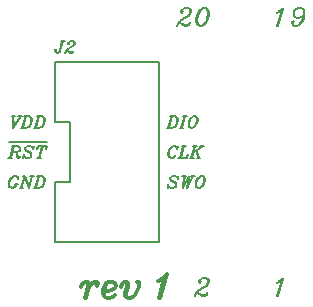
<source format=gto>
%FSLAX46Y46*%
%MOMM*%
%ADD10C,0.150000*%
%ADD11C,0.300000*%
G01*
%LPD*%
G01*
%LPD*%
D10*
X7961428Y-11001429D02*
X7890000Y-10930000D01*
D10*
X7890000Y-11072857D02*
X7961428Y-11001429D01*
D10*
X7818571Y-11001429D02*
X7890000Y-11072857D01*
D10*
X7818571Y-10930000D02*
X7818571Y-11001429D01*
D10*
X7890000Y-10787143D02*
X7818571Y-10930000D01*
D10*
X7961428Y-10715714D02*
X7890000Y-10787143D01*
D10*
X8175714Y-10644286D02*
X7961428Y-10715714D01*
D10*
X8390000Y-10644286D02*
X8175714Y-10644286D01*
D10*
X8604286Y-10715714D02*
X8390000Y-10644286D01*
D10*
X8675714Y-10858571D02*
X8604286Y-10715714D01*
D10*
X8675714Y-11001429D02*
X8675714Y-10858571D01*
D10*
X8604286Y-11144286D02*
X8675714Y-11001429D01*
D10*
X8461429Y-11287143D02*
X8604286Y-11144286D01*
D10*
X8247143Y-11430000D02*
X8461429Y-11287143D01*
D10*
X7961428Y-11572857D02*
X8247143Y-11430000D01*
D10*
X7747143Y-11715714D02*
X7961428Y-11572857D01*
D10*
X7604286Y-11858571D02*
X7747143Y-11715714D01*
D10*
X7461428Y-12144286D02*
X7604286Y-11858571D01*
D10*
X8532857Y-10715714D02*
X8390000Y-10644286D01*
D10*
X8604286Y-10858571D02*
X8532857Y-10715714D01*
D10*
X8604286Y-11001429D02*
X8604286Y-10858571D01*
D10*
X8532857Y-11144286D02*
X8604286Y-11001429D01*
D10*
X8390000Y-11287143D02*
X8532857Y-11144286D01*
D10*
X7961428Y-11572857D02*
X8390000Y-11287143D01*
D10*
X7604286Y-11930000D02*
X7532857Y-12001429D01*
D10*
X7747143Y-11930000D02*
X7604286Y-11930000D01*
D10*
X8104286Y-12072857D02*
X7747143Y-11930000D01*
D10*
X8318571Y-12072857D02*
X8104286Y-12072857D01*
D10*
X8461429Y-12001429D02*
X8318571Y-12072857D01*
D10*
X8532857Y-11858571D02*
X8461429Y-12001429D01*
D10*
X8104286Y-12144286D02*
X7747143Y-11930000D01*
D10*
X8318571Y-12144286D02*
X8104286Y-12144286D01*
D10*
X8461429Y-12072857D02*
X8318571Y-12144286D01*
D10*
X8532857Y-11858571D02*
X8461429Y-12072857D01*
D10*
X14470000Y-12144286D02*
X14827143Y-10930000D01*
D10*
X14541429Y-12144286D02*
X14970000Y-10644286D01*
D10*
X14755714Y-10858571D02*
X14970000Y-10644286D01*
D10*
X14541429Y-11001429D02*
X14755714Y-10858571D01*
D10*
X14398571Y-11072857D02*
X14541429Y-11001429D01*
D10*
X14612857Y-11001429D02*
X14898571Y-10858571D01*
D10*
X14398571Y-11072857D02*
X14612857Y-11001429D01*
D10*
X5222857Y2063809D02*
X5508571Y3063809D01*
D10*
X5270476Y2063809D02*
X5556190Y3063809D01*
D10*
X5794285Y3063809D02*
X5365714Y3063809D01*
D10*
X5937143Y3016190D02*
X5794285Y3063809D01*
D10*
X5984762Y2968571D02*
X5937143Y3016190D01*
D10*
X6032381Y2825714D02*
X5984762Y2968571D01*
D10*
X6032381Y2635238D02*
X6032381Y2825714D01*
D10*
X5984762Y2444762D02*
X6032381Y2635238D01*
D10*
X5889524Y2254285D02*
X5984762Y2444762D01*
D10*
X5794285Y2159047D02*
X5889524Y2254285D01*
D10*
X5699047Y2111428D02*
X5794285Y2159047D01*
D10*
X5508571Y2063809D02*
X5699047Y2111428D01*
D10*
X5080000Y2063809D02*
X5508571Y2063809D01*
D10*
X5889524Y3016190D02*
X5794285Y3063809D01*
D10*
X5937143Y2968571D02*
X5889524Y3016190D01*
D10*
X5984762Y2825714D02*
X5937143Y2968571D01*
D10*
X5984762Y2635238D02*
X5984762Y2825714D01*
D10*
X5937143Y2444762D02*
X5984762Y2635238D01*
D10*
X5841905Y2254285D02*
X5937143Y2444762D01*
D10*
X5746666Y2159047D02*
X5841905Y2254285D01*
D10*
X5651428Y2111428D02*
X5746666Y2159047D01*
D10*
X5508571Y2063809D02*
X5651428Y2111428D01*
D10*
X6318095Y2063809D02*
X6603809Y3063809D01*
D10*
X6365714Y2063809D02*
X6651428Y3063809D01*
D10*
X6794286Y3063809D02*
X6460952Y3063809D01*
D10*
X6508571Y2063809D02*
X6175238Y2063809D01*
D10*
X7222857Y3016190D02*
X7365714Y3063809D01*
D10*
X7127619Y2920952D02*
X7222857Y3016190D01*
D10*
X7032381Y2778095D02*
X7127619Y2920952D01*
D10*
X6984762Y2635238D02*
X7032381Y2778095D01*
D10*
X6937143Y2444762D02*
X6984762Y2635238D01*
D10*
X6937143Y2301904D02*
X6937143Y2444762D01*
D10*
X6984762Y2159047D02*
X6937143Y2301904D01*
D10*
X7032381Y2111428D02*
X6984762Y2159047D01*
D10*
X7127619Y2063809D02*
X7032381Y2111428D01*
D10*
X7270476Y2063809D02*
X7127619Y2063809D01*
D10*
X7413333Y2111428D02*
X7270476Y2063809D01*
D10*
X7508571Y2206666D02*
X7413333Y2111428D01*
D10*
X7603809Y2349523D02*
X7508571Y2206666D01*
D10*
X7651428Y2492381D02*
X7603809Y2349523D01*
D10*
X7699047Y2682857D02*
X7651428Y2492381D01*
D10*
X7699047Y2825714D02*
X7699047Y2682857D01*
D10*
X7651428Y2968571D02*
X7699047Y2825714D01*
D10*
X7603809Y3016190D02*
X7651428Y2968571D01*
D10*
X7508571Y3063809D02*
X7603809Y3016190D01*
D10*
X7365714Y3063809D02*
X7508571Y3063809D01*
D10*
X7270476Y3016190D02*
X7365714Y3063809D01*
D10*
X7175238Y2920952D02*
X7270476Y3016190D01*
D10*
X7080000Y2778095D02*
X7175238Y2920952D01*
D10*
X7032381Y2635238D02*
X7080000Y2778095D01*
D10*
X6984762Y2444762D02*
X7032381Y2635238D01*
D10*
X6984762Y2301904D02*
X6984762Y2444762D01*
D10*
X7032381Y2159047D02*
X6984762Y2301904D01*
D10*
X7127619Y2063809D02*
X7032381Y2159047D01*
D10*
X7365714Y2111428D02*
X7270476Y2063809D01*
D10*
X7460952Y2206666D02*
X7365714Y2111428D01*
D10*
X7556190Y2349523D02*
X7460952Y2206666D01*
D10*
X7603809Y2492381D02*
X7556190Y2349523D01*
D10*
X7651428Y2682857D02*
X7603809Y2492381D01*
D10*
X7651428Y2825714D02*
X7651428Y2682857D01*
D10*
X7603809Y2968571D02*
X7651428Y2825714D01*
D10*
X7508571Y3063809D02*
X7603809Y2968571D01*
D10*
X14470000Y10715714D02*
X14827143Y11930000D01*
D10*
X14541429Y10715714D02*
X14970000Y12215714D01*
D10*
X14755714Y12001429D02*
X14970000Y12215714D01*
D10*
X14541429Y11858571D02*
X14755714Y12001429D01*
D10*
X14398571Y11787143D02*
X14541429Y11858571D01*
D10*
X14612857Y11858571D02*
X14898571Y12001429D01*
D10*
X14398571Y11787143D02*
X14612857Y11858571D01*
D10*
X16612857Y11572857D02*
X16684286Y11715714D01*
D10*
X16470000Y11430000D02*
X16612857Y11572857D01*
D10*
X16327143Y11358571D02*
X16470000Y11430000D01*
D10*
X16112857Y11358571D02*
X16327143Y11358571D01*
D10*
X15970000Y11430000D02*
X16112857Y11358571D01*
D10*
X15898571Y11501429D02*
X15970000Y11430000D01*
D10*
X15827143Y11644286D02*
X15898571Y11501429D01*
D10*
X15827143Y11858571D02*
X15827143Y11644286D01*
D10*
X15898571Y12001429D02*
X15827143Y11858571D01*
D10*
X16041428Y12144286D02*
X15898571Y12001429D01*
D10*
X16255714Y12215714D02*
X16041428Y12144286D01*
D10*
X16470000Y12215714D02*
X16255714Y12215714D01*
D10*
X16612857Y12144286D02*
X16470000Y12215714D01*
D10*
X16684286Y12072857D02*
X16612857Y12144286D01*
D10*
X16755714Y11930000D02*
X16684286Y12072857D01*
D10*
X16755714Y11644286D02*
X16755714Y11930000D01*
D10*
X16684286Y11358571D02*
X16755714Y11644286D01*
D10*
X16612857Y11144286D02*
X16684286Y11358571D01*
D10*
X16470000Y10930000D02*
X16612857Y11144286D01*
D10*
X16327143Y10787143D02*
X16470000Y10930000D01*
D10*
X16112857Y10715714D02*
X16327143Y10787143D01*
D10*
X15898571Y10715714D02*
X16112857Y10715714D01*
D10*
X15755714Y10787143D02*
X15898571Y10715714D01*
D10*
X15684286Y10930000D02*
X15755714Y10787143D01*
D10*
X15684286Y11001429D02*
X15684286Y10930000D01*
D10*
X15755714Y11072857D02*
X15684286Y11001429D01*
D10*
X15827143Y11001429D02*
X15755714Y11072857D01*
D10*
X15755714Y10930000D02*
X15827143Y11001429D01*
D10*
X15898571Y11572857D02*
X15970000Y11430000D01*
D10*
X15898571Y11858571D02*
X15898571Y11572857D01*
D10*
X15970000Y12001429D02*
X15898571Y11858571D01*
D10*
X16112857Y12144286D02*
X15970000Y12001429D01*
D10*
X16255714Y12215714D02*
X16112857Y12144286D01*
D10*
X16684286Y12001429D02*
X16612857Y12144286D01*
D10*
X16684286Y11644286D02*
X16684286Y12001429D01*
D10*
X16612857Y11358571D02*
X16684286Y11644286D01*
D10*
X16541428Y11144286D02*
X16612857Y11358571D01*
D10*
X16398572Y10930000D02*
X16541428Y11144286D01*
D10*
X16255714Y10787143D02*
X16398572Y10930000D01*
D10*
X16112857Y10715714D02*
X16255714Y10787143D01*
D10*
X5984762Y428571D02*
X5937143Y428571D01*
D10*
X6032381Y523809D02*
X5984762Y428571D01*
D10*
X5984762Y238095D02*
X6032381Y523809D01*
D10*
X5984762Y333333D02*
X5984762Y238095D01*
D10*
X5937143Y428571D02*
X5984762Y333333D01*
D10*
X5889524Y476190D02*
X5937143Y428571D01*
D10*
X5794285Y523809D02*
X5889524Y476190D01*
D10*
X5651428Y523809D02*
X5794285Y523809D01*
D10*
X5508571Y476190D02*
X5651428Y523809D01*
D10*
X5413333Y380952D02*
X5508571Y476190D01*
D10*
X5318095Y238095D02*
X5413333Y380952D01*
D10*
X5270476Y95238D02*
X5318095Y238095D01*
D10*
X5222857Y-95238D02*
X5270476Y95238D01*
D10*
X5222857Y-238095D02*
X5222857Y-95238D01*
D10*
X5270476Y-380952D02*
X5222857Y-238095D01*
D10*
X5318095Y-428571D02*
X5270476Y-380952D01*
D10*
X5460952Y-476190D02*
X5318095Y-428571D01*
D10*
X5603809Y-476190D02*
X5460952Y-476190D01*
D10*
X5699047Y-428571D02*
X5603809Y-476190D01*
D10*
X5794285Y-333333D02*
X5699047Y-428571D01*
D10*
X5841905Y-238095D02*
X5794285Y-333333D01*
D10*
X5556190Y476190D02*
X5651428Y523809D01*
D10*
X5460952Y380952D02*
X5556190Y476190D01*
D10*
X5365714Y238095D02*
X5460952Y380952D01*
D10*
X5318095Y95238D02*
X5365714Y238095D01*
D10*
X5270476Y-95238D02*
X5318095Y95238D01*
D10*
X5270476Y-238095D02*
X5270476Y-95238D01*
D10*
X5318095Y-380952D02*
X5270476Y-238095D01*
D10*
X5365714Y-428571D02*
X5318095Y-380952D01*
D10*
X5460952Y-476190D02*
X5365714Y-428571D01*
D10*
X6222857Y-476190D02*
X6508571Y523809D01*
D10*
X6270476Y-476190D02*
X6556190Y523809D01*
D10*
X6699047Y523809D02*
X6365714Y523809D01*
D10*
X6794286Y-476190D02*
X6080000Y-476190D01*
D10*
X6889524Y-190476D02*
X6794286Y-476190D01*
D10*
X6746666Y-476190D02*
X6889524Y-190476D01*
D10*
X7175238Y-476190D02*
X7460952Y523809D01*
D10*
X7222857Y-476190D02*
X7508571Y523809D01*
D10*
X7318095Y-95238D02*
X8127619Y523809D01*
D10*
X7841905Y-476190D02*
X7651428Y95238D01*
D10*
X7794286Y-476190D02*
X7603809Y95238D01*
D10*
X7651428Y523809D02*
X7318095Y523809D01*
D10*
X8222857Y523809D02*
X7937143Y523809D01*
D10*
X7365714Y-476190D02*
X7032381Y-476190D01*
D10*
X7937143Y-476190D02*
X7651428Y-476190D01*
D10*
X-7508571Y-2111428D02*
X-7556190Y-2111428D01*
D10*
X-7460952Y-2016190D02*
X-7508571Y-2111428D01*
D10*
X-7508571Y-2301904D02*
X-7460952Y-2016190D01*
D10*
X-7508571Y-2206666D02*
X-7508571Y-2301904D01*
D10*
X-7556190Y-2111428D02*
X-7508571Y-2206666D01*
D10*
X-7603809Y-2063809D02*
X-7556190Y-2111428D01*
D10*
X-7699047Y-2016190D02*
X-7603809Y-2063809D01*
D10*
X-7841905Y-2016190D02*
X-7699047Y-2016190D01*
D10*
X-7984762Y-2063809D02*
X-7841905Y-2016190D01*
D10*
X-8080000Y-2159047D02*
X-7984762Y-2063809D01*
D10*
X-8175238Y-2301904D02*
X-8080000Y-2159047D01*
D10*
X-8222857Y-2444762D02*
X-8175238Y-2301904D01*
D10*
X-8270476Y-2635238D02*
X-8222857Y-2444762D01*
D10*
X-8270476Y-2778095D02*
X-8270476Y-2635238D01*
D10*
X-8222857Y-2920952D02*
X-8270476Y-2778095D01*
D10*
X-8175238Y-2968571D02*
X-8222857Y-2920952D01*
D10*
X-8032381Y-3016190D02*
X-8175238Y-2968571D01*
D10*
X-7937143Y-3016190D02*
X-8032381Y-3016190D01*
D10*
X-7794286Y-2968571D02*
X-7937143Y-3016190D01*
D10*
X-7699047Y-2873333D02*
X-7794286Y-2968571D01*
D10*
X-7603809Y-2682857D02*
X-7699047Y-2873333D01*
D10*
X-7937143Y-2063809D02*
X-7841905Y-2016190D01*
D10*
X-8032381Y-2159047D02*
X-7937143Y-2063809D01*
D10*
X-8127619Y-2301904D02*
X-8032381Y-2159047D01*
D10*
X-8175238Y-2444762D02*
X-8127619Y-2301904D01*
D10*
X-8222857Y-2635238D02*
X-8175238Y-2444762D01*
D10*
X-8222857Y-2778095D02*
X-8222857Y-2635238D01*
D10*
X-8175238Y-2920952D02*
X-8222857Y-2778095D01*
D10*
X-8127619Y-2968571D02*
X-8175238Y-2920952D01*
D10*
X-8032381Y-3016190D02*
X-8127619Y-2968571D01*
D10*
X-7841905Y-2968571D02*
X-7937143Y-3016190D01*
D10*
X-7746666Y-2873333D02*
X-7841905Y-2968571D01*
D10*
X-7651428Y-2682857D02*
X-7746666Y-2873333D01*
D10*
X-7460952Y-2682857D02*
X-7794286Y-2682857D01*
D10*
X-7222857Y-3016190D02*
X-6937143Y-2016190D01*
D10*
X-6603809Y-2873333D02*
X-6937143Y-2016190D01*
D10*
X-6603809Y-3016190D02*
X-6937143Y-2159047D01*
D10*
X-6603809Y-3016190D02*
X-6318095Y-2016190D01*
D10*
X-6937143Y-2016190D02*
X-7080000Y-2016190D01*
D10*
X-6175238Y-2016190D02*
X-6460952Y-2016190D01*
D10*
X-7080000Y-3016190D02*
X-7365714Y-3016190D01*
D10*
X-6032381Y-3016190D02*
X-5746666Y-2016190D01*
D10*
X-5984762Y-3016190D02*
X-5699047Y-2016190D01*
D10*
X-5460952Y-2016190D02*
X-5889524Y-2016190D01*
D10*
X-5318095Y-2063809D02*
X-5460952Y-2016190D01*
D10*
X-5270476Y-2111428D02*
X-5318095Y-2063809D01*
D10*
X-5222857Y-2254285D02*
X-5270476Y-2111428D01*
D10*
X-5222857Y-2444762D02*
X-5222857Y-2254285D01*
D10*
X-5270476Y-2635238D02*
X-5222857Y-2444762D01*
D10*
X-5365714Y-2825714D02*
X-5270476Y-2635238D01*
D10*
X-5460952Y-2920952D02*
X-5365714Y-2825714D01*
D10*
X-5556190Y-2968571D02*
X-5460952Y-2920952D01*
D10*
X-5746666Y-3016190D02*
X-5556190Y-2968571D01*
D10*
X-6175238Y-3016190D02*
X-5746666Y-3016190D01*
D10*
X-5365714Y-2063809D02*
X-5460952Y-2016190D01*
D10*
X-5318095Y-2111428D02*
X-5365714Y-2063809D01*
D10*
X-5270476Y-2254285D02*
X-5318095Y-2111428D01*
D10*
X-5270476Y-2444762D02*
X-5270476Y-2254285D01*
D10*
X-5318095Y-2635238D02*
X-5270476Y-2444762D01*
D10*
X-5413333Y-2825714D02*
X-5318095Y-2635238D01*
D10*
X-5508571Y-2920952D02*
X-5413333Y-2825714D01*
D10*
X-5603809Y-2968571D02*
X-5508571Y-2920952D01*
D10*
X-5746666Y-3016190D02*
X-5603809Y-2968571D01*
D10*
X-8175238Y-476190D02*
X-7889524Y523809D01*
D10*
X-8127619Y-476190D02*
X-7841905Y523809D01*
D10*
X-7508571Y523809D02*
X-8032381Y523809D01*
D10*
X-7365714Y476190D02*
X-7508571Y523809D01*
D10*
X-7318095Y380952D02*
X-7365714Y476190D01*
D10*
X-7318095Y285714D02*
X-7318095Y380952D01*
D10*
X-7365714Y142857D02*
X-7318095Y285714D01*
D10*
X-7413333Y95238D02*
X-7365714Y142857D01*
D10*
X-7556190Y47619D02*
X-7413333Y95238D01*
D10*
X-7984762Y47619D02*
X-7556190Y47619D01*
D10*
X-7413333Y476190D02*
X-7508571Y523809D01*
D10*
X-7365714Y380952D02*
X-7413333Y476190D01*
D10*
X-7365714Y285714D02*
X-7365714Y380952D01*
D10*
X-7413333Y142857D02*
X-7365714Y285714D01*
D10*
X-7460952Y95238D02*
X-7413333Y142857D01*
D10*
X-7556190Y47619D02*
X-7460952Y95238D01*
D10*
X-7651428Y0D02*
X-7746666Y47619D01*
D10*
X-7603809Y-47619D02*
X-7651428Y0D01*
D10*
X-7556190Y-428571D02*
X-7603809Y-47619D01*
D10*
X-7508571Y-476190D02*
X-7556190Y-428571D01*
D10*
X-7413333Y-476190D02*
X-7508571Y-476190D01*
D10*
X-7365714Y-380952D02*
X-7413333Y-476190D01*
D10*
X-7365714Y-333333D02*
X-7365714Y-380952D01*
D10*
X-7508571Y-380952D02*
X-7603809Y-47619D01*
D10*
X-7460952Y-428571D02*
X-7508571Y-380952D01*
D10*
X-7413333Y-428571D02*
X-7460952Y-428571D01*
D10*
X-7365714Y-380952D02*
X-7413333Y-428571D01*
D10*
X-7984762Y-476190D02*
X-8318095Y-476190D01*
D10*
X-6222857Y428571D02*
X-6270476Y428571D01*
D10*
X-6175238Y523809D02*
X-6222857Y428571D01*
D10*
X-6222857Y238095D02*
X-6175238Y523809D01*
D10*
X-6222857Y333333D02*
X-6222857Y238095D01*
D10*
X-6270476Y428571D02*
X-6222857Y333333D01*
D10*
X-6318095Y476190D02*
X-6270476Y428571D01*
D10*
X-6460952Y523809D02*
X-6318095Y476190D01*
D10*
X-6651428Y523809D02*
X-6460952Y523809D01*
D10*
X-6794286Y476190D02*
X-6651428Y523809D01*
D10*
X-6889524Y380952D02*
X-6794286Y476190D01*
D10*
X-6889524Y285714D02*
X-6889524Y380952D01*
D10*
X-6841905Y190476D02*
X-6889524Y285714D01*
D10*
X-6794286Y142857D02*
X-6841905Y190476D01*
D10*
X-6460952Y-47619D02*
X-6794286Y142857D01*
D10*
X-6365714Y-142857D02*
X-6460952Y-47619D01*
D10*
X-6794286Y190476D02*
X-6889524Y285714D01*
D10*
X-6460952Y0D02*
X-6794286Y190476D01*
D10*
X-6413333Y-47619D02*
X-6460952Y0D01*
D10*
X-6365714Y-142857D02*
X-6413333Y-47619D01*
D10*
X-6365714Y-285714D02*
X-6365714Y-142857D01*
D10*
X-6413333Y-380952D02*
X-6365714Y-285714D01*
D10*
X-6460952Y-428571D02*
X-6413333Y-380952D01*
D10*
X-6603809Y-476190D02*
X-6460952Y-428571D01*
D10*
X-6794286Y-476190D02*
X-6603809Y-476190D01*
D10*
X-6937143Y-428571D02*
X-6794286Y-476190D01*
D10*
X-6984762Y-380952D02*
X-6937143Y-428571D01*
D10*
X-7032381Y-285714D02*
X-6984762Y-380952D01*
D10*
X-7032381Y-190476D02*
X-7032381Y-285714D01*
D10*
X-7080000Y-476190D02*
X-7032381Y-190476D01*
D10*
X-7032381Y-380952D02*
X-7080000Y-476190D01*
D10*
X-6984762Y-380952D02*
X-7032381Y-380952D01*
D10*
X-5746666Y-476190D02*
X-5460952Y523809D01*
D10*
X-5699047Y-476190D02*
X-5413333Y523809D01*
D10*
X-5889524Y238095D02*
X-5746666Y523809D01*
D10*
X-5794285Y523809D02*
X-5889524Y238095D01*
D10*
X-5080000Y523809D02*
X-5794285Y523809D01*
D10*
X-5127619Y238095D02*
X-5080000Y523809D01*
D10*
X-5127619Y523809D02*
X-5127619Y238095D01*
D10*
X-5556190Y-476190D02*
X-5889524Y-476190D01*
D11*
X-2059523Y-11194524D02*
X-2154762Y-11385000D01*
D11*
X-1869047Y-11004048D02*
X-2059523Y-11194524D01*
D11*
X-1583333Y-11004048D02*
X-1869047Y-11004048D01*
D11*
X-1488095Y-11099286D02*
X-1583333Y-11004048D01*
D11*
X-1488095Y-11289762D02*
X-1488095Y-11099286D01*
D11*
X-1583333Y-11670714D02*
X-1488095Y-11289762D01*
D11*
X-1773809Y-12337381D02*
X-1583333Y-11670714D01*
D11*
X-1583333Y-11099286D02*
X-1678571Y-11004048D01*
D11*
X-1583333Y-11289762D02*
X-1583333Y-11099286D01*
D11*
X-1678571Y-11670714D02*
X-1583333Y-11289762D01*
D11*
X-1869047Y-12337381D02*
X-1678571Y-11670714D01*
D11*
X-1392857Y-11289762D02*
X-1583333Y-11670714D01*
D11*
X-1202381Y-11099286D02*
X-1392857Y-11289762D01*
D11*
X-1011904Y-11004048D02*
X-1202381Y-11099286D01*
D11*
X-821428Y-11004048D02*
X-1011904Y-11004048D01*
D11*
X-726190Y-11099286D02*
X-821428Y-11004048D01*
D11*
X-726190Y-11194524D02*
X-726190Y-11099286D01*
D11*
X-821428Y-11289762D02*
X-726190Y-11194524D01*
D11*
X-916666Y-11194524D02*
X-821428Y-11289762D01*
D11*
X-821428Y-11099286D02*
X-916666Y-11194524D01*
D11*
X130952Y-11765952D02*
X-250000Y-11861190D01*
D11*
X416666Y-11670714D02*
X130952Y-11765952D01*
D11*
X702381Y-11480238D02*
X416666Y-11670714D01*
D11*
X797619Y-11289762D02*
X702381Y-11480238D01*
D11*
X702381Y-11099286D02*
X797619Y-11289762D01*
D11*
X511904Y-11004048D02*
X702381Y-11099286D01*
D11*
X226190Y-11004048D02*
X511904Y-11004048D01*
D11*
X-59523Y-11099286D02*
X226190Y-11004048D01*
D11*
X-250000Y-11385000D02*
X-59523Y-11099286D01*
D11*
X-345238Y-11670714D02*
X-250000Y-11385000D01*
D11*
X-345238Y-11956429D02*
X-345238Y-11670714D01*
D11*
X-250000Y-12146905D02*
X-345238Y-11956429D01*
D11*
X-154762Y-12242143D02*
X-250000Y-12146905D01*
D11*
X35714Y-12337381D02*
X-154762Y-12242143D01*
D11*
X226190Y-12337381D02*
X35714Y-12337381D01*
D11*
X511904Y-12242143D02*
X226190Y-12337381D01*
D11*
X702381Y-12051667D02*
X511904Y-12242143D01*
D11*
X35714Y-11099286D02*
X226190Y-11004048D01*
D11*
X-154762Y-11385000D02*
X35714Y-11099286D01*
D11*
X-250000Y-11670714D02*
X-154762Y-11385000D01*
D11*
X-250000Y-12051667D02*
X-250000Y-11670714D01*
D11*
X-154762Y-12242143D02*
X-250000Y-12051667D01*
D11*
X1273809Y-11194524D02*
X1178571Y-11385000D01*
D11*
X1464285Y-11004048D02*
X1273809Y-11194524D01*
D11*
X1750000Y-11004048D02*
X1464285Y-11004048D01*
D11*
X1845238Y-11099286D02*
X1750000Y-11004048D01*
D11*
X1845238Y-11385000D02*
X1845238Y-11099286D01*
D11*
X1654761Y-11956429D02*
X1845238Y-11385000D01*
D11*
X1654761Y-12146905D02*
X1654761Y-11956429D01*
D11*
X1845238Y-12337381D02*
X1654761Y-12146905D01*
D11*
X1750000Y-11099286D02*
X1654761Y-11004048D01*
D11*
X1750000Y-11385000D02*
X1750000Y-11099286D01*
D11*
X1559523Y-11956429D02*
X1750000Y-11385000D01*
D11*
X1559523Y-12146905D02*
X1559523Y-11956429D01*
D11*
X1654761Y-12242143D02*
X1559523Y-12146905D01*
D11*
X1845238Y-12337381D02*
X1654761Y-12242143D01*
D11*
X1940476Y-12337381D02*
X1845238Y-12337381D01*
D11*
X2226190Y-12242143D02*
X1940476Y-12337381D01*
D11*
X2416666Y-12051667D02*
X2226190Y-12242143D01*
D11*
X2607143Y-11765952D02*
X2416666Y-12051667D01*
D11*
X2702381Y-11385000D02*
X2607143Y-11765952D01*
D11*
X2702381Y-11004048D02*
X2702381Y-11385000D01*
D11*
X2607143Y-11004048D02*
X2702381Y-11004048D01*
D11*
X2702381Y-11194524D02*
X2607143Y-11004048D01*
D11*
X4416666Y-12337381D02*
X4892857Y-10718333D01*
D11*
X4511904Y-12337381D02*
X5083333Y-10337381D01*
D11*
X4797619Y-10623095D02*
X5083333Y-10337381D01*
D11*
X4511904Y-10813571D02*
X4797619Y-10623095D01*
D11*
X4321428Y-10908810D02*
X4511904Y-10813571D01*
D11*
X4607143Y-10813571D02*
X4988095Y-10623095D01*
D11*
X4321428Y-10908810D02*
X4607143Y-10813571D01*
D10*
X6461428Y11858571D02*
X6390000Y11930000D01*
D10*
X6390000Y11787143D02*
X6461428Y11858571D01*
D10*
X6318571Y11858571D02*
X6390000Y11787143D01*
D10*
X6318571Y11930000D02*
X6318571Y11858571D01*
D10*
X6390000Y12072857D02*
X6318571Y11930000D01*
D10*
X6461428Y12144286D02*
X6390000Y12072857D01*
D10*
X6675714Y12215714D02*
X6461428Y12144286D01*
D10*
X6890000Y12215714D02*
X6675714Y12215714D01*
D10*
X7104286Y12144286D02*
X6890000Y12215714D01*
D10*
X7175714Y12001429D02*
X7104286Y12144286D01*
D10*
X7175714Y11858571D02*
X7175714Y12001429D01*
D10*
X7104286Y11715714D02*
X7175714Y11858571D01*
D10*
X6961428Y11572857D02*
X7104286Y11715714D01*
D10*
X6747143Y11430000D02*
X6961428Y11572857D01*
D10*
X6461428Y11287143D02*
X6747143Y11430000D01*
D10*
X6247143Y11144286D02*
X6461428Y11287143D01*
D10*
X6104286Y11001429D02*
X6247143Y11144286D01*
D10*
X5961428Y10715714D02*
X6104286Y11001429D01*
D10*
X7032857Y12144286D02*
X6890000Y12215714D01*
D10*
X7104286Y12001429D02*
X7032857Y12144286D01*
D10*
X7104286Y11858571D02*
X7104286Y12001429D01*
D10*
X7032857Y11715714D02*
X7104286Y11858571D01*
D10*
X6890000Y11572857D02*
X7032857Y11715714D01*
D10*
X6461428Y11287143D02*
X6890000Y11572857D01*
D10*
X6104286Y10930000D02*
X6032857Y10858571D01*
D10*
X6247143Y10930000D02*
X6104286Y10930000D01*
D10*
X6604286Y10787143D02*
X6247143Y10930000D01*
D10*
X6818571Y10787143D02*
X6604286Y10787143D01*
D10*
X6961428Y10858571D02*
X6818571Y10787143D01*
D10*
X7032857Y11001429D02*
X6961428Y10858571D01*
D10*
X6604286Y10715714D02*
X6247143Y10930000D01*
D10*
X6818571Y10715714D02*
X6604286Y10715714D01*
D10*
X6961428Y10787143D02*
X6818571Y10715714D01*
D10*
X7032857Y11001429D02*
X6961428Y10787143D01*
D10*
X8032857Y12144286D02*
X8247143Y12215714D01*
D10*
X7890000Y12001429D02*
X8032857Y12144286D01*
D10*
X7747143Y11787143D02*
X7890000Y12001429D01*
D10*
X7675714Y11572857D02*
X7747143Y11787143D01*
D10*
X7604286Y11287143D02*
X7675714Y11572857D01*
D10*
X7604286Y11072857D02*
X7604286Y11287143D01*
D10*
X7675714Y10858571D02*
X7604286Y11072857D01*
D10*
X7747143Y10787143D02*
X7675714Y10858571D01*
D10*
X7890000Y10715714D02*
X7747143Y10787143D01*
D10*
X8032857Y10715714D02*
X7890000Y10715714D01*
D10*
X8247143Y10787143D02*
X8032857Y10715714D01*
D10*
X8390000Y10930000D02*
X8247143Y10787143D01*
D10*
X8532857Y11144286D02*
X8390000Y10930000D01*
D10*
X8604286Y11358571D02*
X8532857Y11144286D01*
D10*
X8675714Y11644286D02*
X8604286Y11358571D01*
D10*
X8675714Y11858571D02*
X8675714Y11644286D01*
D10*
X8604286Y12072857D02*
X8675714Y11858571D01*
D10*
X8532857Y12144286D02*
X8604286Y12072857D01*
D10*
X8390000Y12215714D02*
X8532857Y12144286D01*
D10*
X8247143Y12215714D02*
X8390000Y12215714D01*
D10*
X8104286Y12144286D02*
X8247143Y12215714D01*
D10*
X7961428Y12001429D02*
X8104286Y12144286D01*
D10*
X7818571Y11787143D02*
X7961428Y12001429D01*
D10*
X7747143Y11572857D02*
X7818571Y11787143D01*
D10*
X7675714Y11287143D02*
X7747143Y11572857D01*
D10*
X7675714Y11072857D02*
X7675714Y11287143D01*
D10*
X7747143Y10858571D02*
X7675714Y11072857D01*
D10*
X7890000Y10715714D02*
X7747143Y10858571D01*
D10*
X8175714Y10787143D02*
X8032857Y10715714D01*
D10*
X8318571Y10930000D02*
X8175714Y10787143D01*
D10*
X8461429Y11144286D02*
X8318571Y10930000D01*
D10*
X8532857Y11358571D02*
X8461429Y11144286D01*
D10*
X8604286Y11644286D02*
X8532857Y11358571D01*
D10*
X8604286Y11858571D02*
X8604286Y11644286D01*
D10*
X8532857Y12072857D02*
X8604286Y11858571D01*
D10*
X8390000Y12215714D02*
X8532857Y12072857D01*
D10*
X6032381Y-2111428D02*
X5984762Y-2111428D01*
D10*
X6080000Y-2016190D02*
X6032381Y-2111428D01*
D10*
X6032381Y-2301904D02*
X6080000Y-2016190D01*
D10*
X6032381Y-2206666D02*
X6032381Y-2301904D01*
D10*
X5984762Y-2111428D02*
X6032381Y-2206666D01*
D10*
X5937143Y-2063809D02*
X5984762Y-2111428D01*
D10*
X5794285Y-2016190D02*
X5937143Y-2063809D01*
D10*
X5603809Y-2016190D02*
X5794285Y-2016190D01*
D10*
X5460952Y-2063809D02*
X5603809Y-2016190D01*
D10*
X5365714Y-2159047D02*
X5460952Y-2063809D01*
D10*
X5365714Y-2254285D02*
X5365714Y-2159047D01*
D10*
X5413333Y-2349523D02*
X5365714Y-2254285D01*
D10*
X5460952Y-2397142D02*
X5413333Y-2349523D01*
D10*
X5794285Y-2587619D02*
X5460952Y-2397142D01*
D10*
X5889524Y-2682857D02*
X5794285Y-2587619D01*
D10*
X5460952Y-2349523D02*
X5365714Y-2254285D01*
D10*
X5794285Y-2540000D02*
X5460952Y-2349523D01*
D10*
X5841905Y-2587619D02*
X5794285Y-2540000D01*
D10*
X5889524Y-2682857D02*
X5841905Y-2587619D01*
D10*
X5889524Y-2825714D02*
X5889524Y-2682857D01*
D10*
X5841905Y-2920952D02*
X5889524Y-2825714D01*
D10*
X5794285Y-2968571D02*
X5841905Y-2920952D01*
D10*
X5651428Y-3016190D02*
X5794285Y-2968571D01*
D10*
X5460952Y-3016190D02*
X5651428Y-3016190D01*
D10*
X5318095Y-2968571D02*
X5460952Y-3016190D01*
D10*
X5270476Y-2920952D02*
X5318095Y-2968571D01*
D10*
X5222857Y-2825714D02*
X5270476Y-2920952D01*
D10*
X5222857Y-2730476D02*
X5222857Y-2825714D01*
D10*
X5175238Y-3016190D02*
X5222857Y-2730476D01*
D10*
X5222857Y-2920952D02*
X5175238Y-3016190D01*
D10*
X5270476Y-2920952D02*
X5222857Y-2920952D01*
D10*
X6460952Y-3016190D02*
X6556190Y-2016190D01*
D10*
X6508571Y-2920952D02*
X6603809Y-2016190D01*
D10*
X6460952Y-3016190D02*
X6937143Y-2016190D01*
D10*
X6841905Y-3016190D02*
X6937143Y-2016190D01*
D10*
X6889524Y-2920952D02*
X6984762Y-2016190D01*
D10*
X6841905Y-3016190D02*
X7318095Y-2016190D01*
D10*
X6746666Y-2016190D02*
X6413333Y-2016190D01*
D10*
X7460952Y-2016190D02*
X7175238Y-2016190D01*
D10*
X7841905Y-2063809D02*
X7984762Y-2016190D01*
D10*
X7746666Y-2159047D02*
X7841905Y-2063809D01*
D10*
X7651428Y-2301904D02*
X7746666Y-2159047D01*
D10*
X7603809Y-2444762D02*
X7651428Y-2301904D01*
D10*
X7556190Y-2635238D02*
X7603809Y-2444762D01*
D10*
X7556190Y-2778095D02*
X7556190Y-2635238D01*
D10*
X7603809Y-2920952D02*
X7556190Y-2778095D01*
D10*
X7651428Y-2968571D02*
X7603809Y-2920952D01*
D10*
X7746666Y-3016190D02*
X7651428Y-2968571D01*
D10*
X7889524Y-3016190D02*
X7746666Y-3016190D01*
D10*
X8032381Y-2968571D02*
X7889524Y-3016190D01*
D10*
X8127619Y-2873333D02*
X8032381Y-2968571D01*
D10*
X8222857Y-2730476D02*
X8127619Y-2873333D01*
D10*
X8270476Y-2587619D02*
X8222857Y-2730476D01*
D10*
X8318095Y-2397142D02*
X8270476Y-2587619D01*
D10*
X8318095Y-2254285D02*
X8318095Y-2397142D01*
D10*
X8270476Y-2111428D02*
X8318095Y-2254285D01*
D10*
X8222857Y-2063809D02*
X8270476Y-2111428D01*
D10*
X8127619Y-2016190D02*
X8222857Y-2063809D01*
D10*
X7984762Y-2016190D02*
X8127619Y-2016190D01*
D10*
X7889524Y-2063809D02*
X7984762Y-2016190D01*
D10*
X7794286Y-2159047D02*
X7889524Y-2063809D01*
D10*
X7699047Y-2301904D02*
X7794286Y-2159047D01*
D10*
X7651428Y-2444762D02*
X7699047Y-2301904D01*
D10*
X7603809Y-2635238D02*
X7651428Y-2444762D01*
D10*
X7603809Y-2778095D02*
X7603809Y-2635238D01*
D10*
X7651428Y-2920952D02*
X7603809Y-2778095D01*
D10*
X7746666Y-3016190D02*
X7651428Y-2920952D01*
D10*
X7984762Y-2968571D02*
X7889524Y-3016190D01*
D10*
X8080000Y-2873333D02*
X7984762Y-2968571D01*
D10*
X8175238Y-2730476D02*
X8080000Y-2873333D01*
D10*
X8222857Y-2587619D02*
X8175238Y-2730476D01*
D10*
X8270476Y-2397142D02*
X8222857Y-2587619D01*
D10*
X8270476Y-2254285D02*
X8270476Y-2397142D01*
D10*
X8222857Y-2111428D02*
X8270476Y-2254285D01*
D10*
X8127619Y-2016190D02*
X8222857Y-2111428D01*
D10*
X-3923809Y8604286D02*
X-3685714Y9413810D01*
D10*
X-3971428Y8509048D02*
X-3923809Y8604286D01*
D10*
X-4019047Y8461429D02*
X-3971428Y8509048D01*
D10*
X-4114285Y8413810D02*
X-4019047Y8461429D01*
D10*
X-4209524Y8413810D02*
X-4114285Y8413810D01*
D10*
X-4304762Y8461429D02*
X-4209524Y8413810D01*
D10*
X-4352381Y8556667D02*
X-4304762Y8461429D01*
D10*
X-4352381Y8651905D02*
X-4352381Y8556667D01*
D10*
X-4304762Y8699524D02*
X-4352381Y8651905D01*
D10*
X-4257143Y8651905D02*
X-4304762Y8699524D01*
D10*
X-4304762Y8604286D02*
X-4257143Y8651905D01*
D10*
X-3971428Y8604286D02*
X-3733333Y9413810D01*
D10*
X-4019047Y8509048D02*
X-3971428Y8604286D01*
D10*
X-4114285Y8413810D02*
X-4019047Y8509048D01*
D10*
X-3542857Y9413810D02*
X-3876190Y9413810D01*
D10*
X-3161904Y9175714D02*
X-3209524Y9223333D01*
D10*
X-3209524Y9128095D02*
X-3161904Y9175714D01*
D10*
X-3257143Y9175714D02*
X-3209524Y9128095D01*
D10*
X-3257143Y9223333D02*
X-3257143Y9175714D01*
D10*
X-3209524Y9318571D02*
X-3257143Y9223333D01*
D10*
X-3161904Y9366190D02*
X-3209524Y9318571D01*
D10*
X-3019047Y9413810D02*
X-3161904Y9366190D01*
D10*
X-2876190Y9413810D02*
X-3019047Y9413810D01*
D10*
X-2733333Y9366190D02*
X-2876190Y9413810D01*
D10*
X-2685714Y9270952D02*
X-2733333Y9366190D01*
D10*
X-2685714Y9175714D02*
X-2685714Y9270952D01*
D10*
X-2733333Y9080476D02*
X-2685714Y9175714D01*
D10*
X-2828571Y8985238D02*
X-2733333Y9080476D01*
D10*
X-2971428Y8890000D02*
X-2828571Y8985238D01*
D10*
X-3161904Y8794762D02*
X-2971428Y8890000D01*
D10*
X-3304762Y8699524D02*
X-3161904Y8794762D01*
D10*
X-3400000Y8604286D02*
X-3304762Y8699524D01*
D10*
X-3495238Y8413810D02*
X-3400000Y8604286D01*
D10*
X-2780952Y9366190D02*
X-2876190Y9413810D01*
D10*
X-2733333Y9270952D02*
X-2780952Y9366190D01*
D10*
X-2733333Y9175714D02*
X-2733333Y9270952D01*
D10*
X-2780952Y9080476D02*
X-2733333Y9175714D01*
D10*
X-2876190Y8985238D02*
X-2780952Y9080476D01*
D10*
X-3161904Y8794762D02*
X-2876190Y8985238D01*
D10*
X-3400000Y8556667D02*
X-3447619Y8509048D01*
D10*
X-3304762Y8556667D02*
X-3400000Y8556667D01*
D10*
X-3066666Y8461429D02*
X-3304762Y8556667D01*
D10*
X-2923809Y8461429D02*
X-3066666Y8461429D01*
D10*
X-2828571Y8509048D02*
X-2923809Y8461429D01*
D10*
X-2780952Y8604286D02*
X-2828571Y8509048D01*
D10*
X-3066666Y8413810D02*
X-3304762Y8556667D01*
D10*
X-2923809Y8413810D02*
X-3066666Y8413810D01*
D10*
X-2828571Y8461429D02*
X-2923809Y8413810D01*
D10*
X-2780952Y8604286D02*
X-2828571Y8461429D01*
D10*
X-7889524Y2063809D02*
X-7937143Y3063809D01*
D10*
X-7841905Y2159047D02*
X-7889524Y3063809D01*
D10*
X-7889524Y2063809D02*
X-7270476Y3063809D01*
D10*
X-7746666Y3063809D02*
X-8032381Y3063809D01*
D10*
X-7175238Y3063809D02*
X-7460952Y3063809D01*
D10*
X-7127619Y2063809D02*
X-6841905Y3063809D01*
D10*
X-7080000Y2063809D02*
X-6794286Y3063809D01*
D10*
X-6556190Y3063809D02*
X-6984762Y3063809D01*
D10*
X-6413333Y3016190D02*
X-6556190Y3063809D01*
D10*
X-6365714Y2968571D02*
X-6413333Y3016190D01*
D10*
X-6318095Y2825714D02*
X-6365714Y2968571D01*
D10*
X-6318095Y2635238D02*
X-6318095Y2825714D01*
D10*
X-6365714Y2444762D02*
X-6318095Y2635238D01*
D10*
X-6460952Y2254285D02*
X-6365714Y2444762D01*
D10*
X-6556190Y2159047D02*
X-6460952Y2254285D01*
D10*
X-6651428Y2111428D02*
X-6556190Y2159047D01*
D10*
X-6841905Y2063809D02*
X-6651428Y2111428D01*
D10*
X-7270476Y2063809D02*
X-6841905Y2063809D01*
D10*
X-6460952Y3016190D02*
X-6556190Y3063809D01*
D10*
X-6413333Y2968571D02*
X-6460952Y3016190D01*
D10*
X-6365714Y2825714D02*
X-6413333Y2968571D01*
D10*
X-6365714Y2635238D02*
X-6365714Y2825714D01*
D10*
X-6413333Y2444762D02*
X-6365714Y2635238D01*
D10*
X-6508571Y2254285D02*
X-6413333Y2444762D01*
D10*
X-6603809Y2159047D02*
X-6508571Y2254285D01*
D10*
X-6699047Y2111428D02*
X-6603809Y2159047D01*
D10*
X-6841905Y2063809D02*
X-6699047Y2111428D01*
D10*
X-6032381Y2063809D02*
X-5746666Y3063809D01*
D10*
X-5984762Y2063809D02*
X-5699047Y3063809D01*
D10*
X-5460952Y3063809D02*
X-5889524Y3063809D01*
D10*
X-5318095Y3016190D02*
X-5460952Y3063809D01*
D10*
X-5270476Y2968571D02*
X-5318095Y3016190D01*
D10*
X-5222857Y2825714D02*
X-5270476Y2968571D01*
D10*
X-5222857Y2635238D02*
X-5222857Y2825714D01*
D10*
X-5270476Y2444762D02*
X-5222857Y2635238D01*
D10*
X-5365714Y2254285D02*
X-5270476Y2444762D01*
D10*
X-5460952Y2159047D02*
X-5365714Y2254285D01*
D10*
X-5556190Y2111428D02*
X-5460952Y2159047D01*
D10*
X-5746666Y2063809D02*
X-5556190Y2111428D01*
D10*
X-6175238Y2063809D02*
X-5746666Y2063809D01*
D10*
X-5365714Y3016190D02*
X-5460952Y3063809D01*
D10*
X-5318095Y2968571D02*
X-5365714Y3016190D01*
D10*
X-5270476Y2825714D02*
X-5318095Y2968571D01*
D10*
X-5270476Y2635238D02*
X-5270476Y2825714D01*
D10*
X-5318095Y2444762D02*
X-5270476Y2635238D01*
D10*
X-5413333Y2254285D02*
X-5318095Y2444762D01*
D10*
X-5508571Y2159047D02*
X-5413333Y2254285D01*
D10*
X-5603809Y2111428D02*
X-5508571Y2159047D01*
D10*
X-5746666Y2063809D02*
X-5603809Y2111428D01*
D10*
X-8255000Y825500D02*
X-5080000Y825500D01*
D10*
X4400000Y-7620000D02*
X-4400000Y-7620000D01*
D10*
X-3130000Y2540000D02*
X-4400000Y2540000D01*
D10*
X4400000Y7620000D02*
X4400000Y-7620000D01*
D10*
X-4400000Y-7620000D02*
X-4400000Y-2540000D01*
D10*
X-4400000Y2540000D02*
X-4400000Y7620000D01*
D10*
X-4400000Y-2540000D02*
X-3130000Y-2540000D01*
D10*
X-3130000Y-2540000D02*
X-3130000Y2540000D01*
D10*
X-4400000Y7620000D02*
X4400000Y7620000D01*
G75*
M02*

</source>
